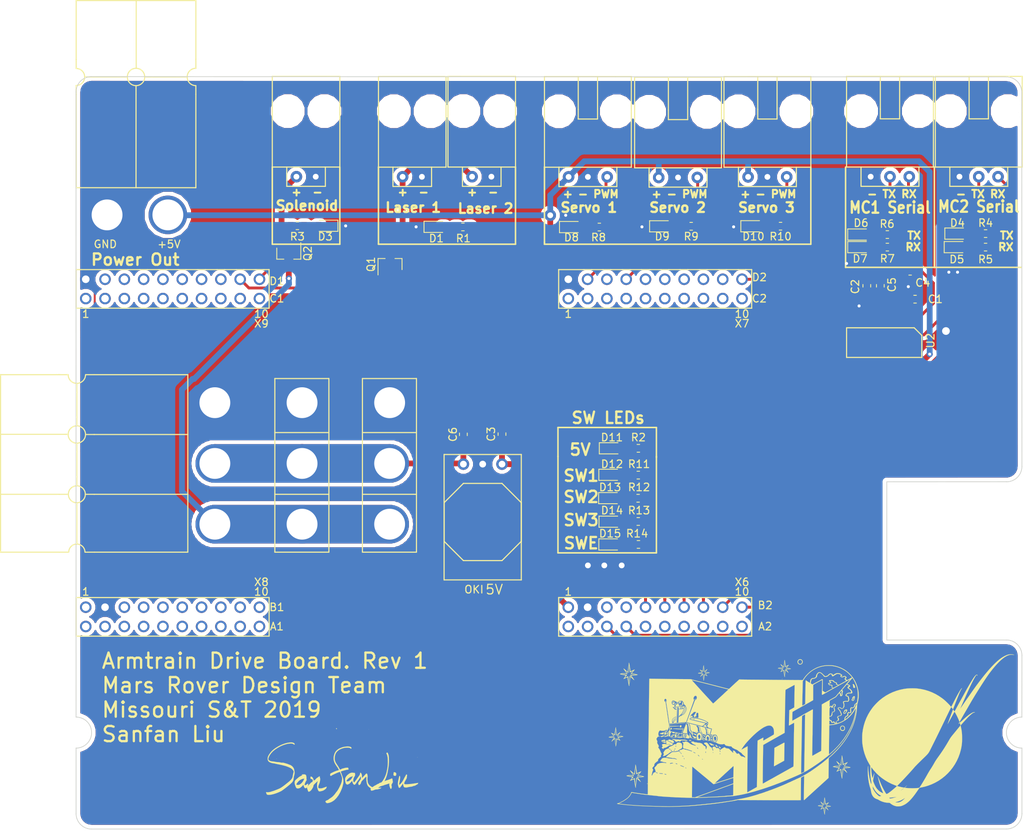
<source format=kicad_pcb>
(kicad_pcb (version 20171130) (host pcbnew "(5.0.0)")
  (layers (0 F.Cu signal) (31 B.Cu signal) (34 B.Paste user) (35 F.Paste user) (36 B.SilkS user) (37 F.SilkS user) (38 B.Mask user) (39 F.Mask user) (44 Edge.Cuts user))
  (net 0 "")
  (net 1 GND)
  (net 2 "Net-(C1-Pad1)")
  (net 3 "Net-(C2-Pad1)")
  (net 4 "Net-(C4-Pad2)")
  (net 5 "Net-(C4-Pad1)")
  (net 6 "Net-(C5-Pad1)")
  (net 7 "Net-(C5-Pad2)")
  (net 8 +5V)
  (net 9 TX_1_SL)
  (net 10 RX_1_SL)
  (net 11 RX_2_SL)
  (net 12 TX_2_SL)
  (net 13 Servo1_PWM)
  (net 14 Servo2_PWM)
  (net 15 Servo3_PWM)
  (net 16 "Net-(U1-Pad+3V3)")
  (net 17 "Net-(U1-PadPQ1)")
  (net 18 "Net-(U1-PadPQ2)")
  (net 19 RX_2_IC)
  (net 20 "Net-(U1-PadPQ3)")
  (net 21 "Net-(U1-PadPP3)")
  (net 22 "Net-(U1-PadRese)")
  (net 23 "Net-(U1-PadPN5)")
  (net 24 TX_2_IC)
  (net 25 "Net-(U1-PadPB4)")
  (net 26 "Net-(U1-PadPB5)")
  (net 27 RX_1_IC)
  (net 28 TX_1_IC)
  (net 29 "Net-(U1-PadPN4)")
  (net 30 "Net-(U1-PadPG1)")
  (net 31 "Net-(U1-PadPK4)")
  (net 32 "Net-(U1-PadPK5)")
  (net 33 "Net-(U1-PadPP5)")
  (net 34 "Net-(U1-PadPD2)")
  (net 35 "Net-(U1-PadPD4)")
  (net 36 "Net-(U1-PadPD5)")
  (net 37 "Net-(D1-Pad2)")
  (net 38 "Net-(D3-Pad2)")
  (net 39 "Net-(D4-Pad2)")
  (net 40 "Net-(D5-Pad2)")
  (net 41 "Net-(D6-Pad2)")
  (net 42 "Net-(D7-Pad2)")
  (net 43 "Net-(D8-Pad2)")
  (net 44 "Net-(D9-Pad2)")
  (net 45 "Net-(D10-Pad2)")
  (net 46 "Net-(Conn4-Pad1)")
  (net 47 "Net-(Conn6-Pad1)")
  (net 48 "Net-(D11-Pad2)")
  (net 49 "Net-(D12-Pad2)")
  (net 50 "Net-(D13-Pad2)")
  (net 51 "Net-(D14-Pad2)")
  (net 52 "Net-(D15-Pad2)")
  (net 53 Laser_Control)
  (net 54 SW_IND_1)
  (net 55 SW_IND_2)
  (net 56 SW_IND_3)
  (net 57 SW_IND_ERR)
  (net 58 "Net-(U1-PadPQ0)")
  (net 59 "Net-(U1-PadPP4)")
  (net 60 "Net-(U1-PadPM0)")
  (net 61 "Net-(U1-PadPM1)")
  (net 62 "Net-(U1-PadPM2)")
  (net 63 "Net-(U1-PadPM3)")
  (net 64 "Net-(U1-PadPH2)")
  (net 65 "Net-(U1-PadPH3)")
  (net 66 "Net-(U1-PadPD1)")
  (net 67 "Net-(U1-PadPD0)")
  (net 68 "Net-(U1-PadPN2)")
  (net 69 +12V)
  (net 70 /V+Log)
  (net 71 Solenoid_Control)
  (net 72 "Net-(U1-PadPH0)")
  (net 73 "Net-(U1-PadPH1)")
  (net 74 "Net-(U1-PadPK6)")
  (net 75 "Net-(U1-PadPK7)")
  (net 76 "Net-(U1-PadPE0)")
  (net 77 "Net-(U1-PadPE1)")
  (net 78 "Net-(U1-PadPE2)")
  (net 79 "Net-(U1-PadPE3)")
  (net 80 "Net-(U1-PadPD7)")
  (net 81 "Net-(U1-PadPA6)")
  (net 82 "Net-(U1-PadPM4)")
  (net 83 "Net-(U1-PadPM5)")
  (net 84 "Net-(U1-PadPE4)")
  (net 85 "Net-(U1-PadPC4)")
  (net 86 "Net-(U1-PadPC5)")
  (net 87 "Net-(U1-PadPC6)")
  (net 88 "Net-(U1-PadPE5)")
  (net 89 "Net-(U1-PadPD3)")
  (net 90 "Net-(U1-PadPC7)")
  (net 91 "Net-(U1-PadPB2)")
  (net 92 "Net-(U1-PadPB3)")
  (net 93 "Net-(U1-PadPF1)")
  (net 94 "Net-(U1-PadPF2)")
  (net 95 "Net-(U1-PadPF3)")
  (net 96 "Net-(U1-PadPG0)")
  (net 97 "Net-(U1-PadPL4)")
  (net 98 "Net-(U1-PadPL5)")
  (net 99 "Net-(U1-PadPL0)")
  (net 100 "Net-(U1-PadPL1)")
  (net 101 "Net-(U1-PadPL2)")
  (net 102 "Net-(U1-PadPL3)")
  (module LED_SMD:LED_0603_1608Metric_Pad1.05x0.95mm_HandSolder (layer F.Cu) (at 236.714 70.739)
    (fp_text reference D4 (at 0 -1.397) (layer F.SilkS))
    (fp_text value YellowLED)
    (pad 2 smd roundrect (at 0.875 0) (size 1.05 0.95) (layers F.Cu F.Paste F.Mask) (net 39 "Net-(D4-Pad2)"))
    (pad 1 smd roundrect (at -0.875 0) (size 1.05 0.95) (layers F.Cu F.Paste F.Mask) (net 1 GND))
  )
  (module MRDT_Connectors:MOLEX_SL_03_Horizontal (layer F.Cu) (at 211.709 63.2714)
    (fp_text reference Conn9 hide)
    (fp_text value "Servo 3")
    (pad 1 thru_hole circle (at -2.54 0) (size 1.524 1.524) (drill 0.762) (layers *.Cu *.Mask) (net 8 +5V))
    (pad 2 thru_hole circle (at 0 0) (size 1.524 1.524) (drill 0.762) (layers *.Cu *.Mask) (net 1 GND))
    (pad 3 thru_hole circle (at 2.54 0) (size 1.524 1.524) (drill 0.762) (layers *.Cu *.Mask) (net 15 Servo3_PWM))
    (pad "" np_thru_hole circle (at -3.81 -8.636) (size 3.45 3.45) (drill 3.45) (layers *.Cu *.Mask))
    (pad "" np_thru_hole circle (at 3.81 -8.636) (size 3.45 3.45) (drill 3.45) (layers *.Cu *.Mask))
  )
  (module MRDT_ICs:SOIC_16_3.9x9.9mm_Pitch1.27mm (layer F.Cu) (at 227.076 85.09 270)
    (fp_text reference U2 (at -0.254 -6.096 270) (layer F.SilkS))
    (fp_text value MAX_3232)
    (pad 1 smd rect (at -2.7 -4.445 270) (size 1.5 0.6) (layers F.Cu F.Paste F.Mask) (net 5 "Net-(C4-Pad1)"))
    (pad 2 smd rect (at -2.7 -3.175 270) (size 1.5 0.6) (layers F.Cu F.Paste F.Mask) (net 2 "Net-(C1-Pad1)"))
    (pad 3 smd rect (at -2.7 -1.905 270) (size 1.5 0.6) (layers F.Cu F.Paste F.Mask) (net 4 "Net-(C4-Pad2)"))
    (pad 4 smd rect (at -2.7 -0.635 270) (size 1.5 0.6) (layers F.Cu F.Paste F.Mask) (net 6 "Net-(C5-Pad1)"))
    (pad 5 smd rect (at -2.7 0.635 270) (size 1.5 0.6) (layers F.Cu F.Paste F.Mask) (net 7 "Net-(C5-Pad2)"))
    (pad 6 smd rect (at -2.7 1.905 270) (size 1.5 0.6) (layers F.Cu F.Paste F.Mask) (net 3 "Net-(C2-Pad1)"))
    (pad 7 smd rect (at -2.7 3.175 270) (size 1.5 0.6) (layers F.Cu F.Paste F.Mask) (net 9 TX_1_SL))
    (pad 8 smd rect (at -2.7 4.445 270) (size 1.5 0.6) (layers F.Cu F.Paste F.Mask) (net 10 RX_1_SL))
    (pad 9 smd rect (at 2.7 4.445 270) (size 1.5 0.6) (layers F.Cu F.Paste F.Mask) (net 27 RX_1_IC))
    (pad 10 smd rect (at 2.7 3.175 270) (size 1.5 0.6) (layers F.Cu F.Paste F.Mask) (net 28 TX_1_IC))
    (pad 11 smd rect (at 2.7 1.905 270) (size 1.5 0.6) (layers F.Cu F.Paste F.Mask) (net 24 TX_2_IC))
    (pad 12 smd rect (at 2.7 0.635 270) (size 1.5 0.6) (layers F.Cu F.Paste F.Mask) (net 19 RX_2_IC))
    (pad 13 smd rect (at 2.7 -0.635 270) (size 1.5 0.6) (layers F.Cu F.Paste F.Mask) (net 11 RX_2_SL))
    (pad 14 smd rect (at 2.7 -1.905 270) (size 1.5 0.6) (layers F.Cu F.Paste F.Mask) (net 12 TX_2_SL))
    (pad 15 smd rect (at 2.7 -3.175 270) (size 1.5 0.6) (layers F.Cu F.Paste F.Mask) (net 1 GND))
    (pad 16 smd rect (at 2.7 -4.445 270) (size 1.5 0.6) (layers F.Cu F.Paste F.Mask) (net 8 +5V))
  )
  (module Capacitor_SMD:C_0603_1608Metric_Pad1.05x0.95mm_HandSolder (layer F.Cu) (at 231.14 79.375)
    (fp_text reference C1 (at 2.667 0) (layer F.SilkS))
    (fp_text value .1uF)
    (pad 1 smd roundrect (at -0.875 0) (size 1.05 0.95) (layers F.Cu F.Paste F.Mask) (net 2 "Net-(C1-Pad1)"))
    (pad 2 smd roundrect (at 0.875 0) (size 1.05 0.95) (layers F.Cu F.Paste F.Mask) (net 1 GND))
  )
  (module Capacitor_SMD:C_0603_1608Metric_Pad1.05x0.95mm_HandSolder (layer F.Cu) (at 224.79 77.611 90)
    (fp_text reference C2 (at -0.113 -1.524 90) (layer F.SilkS))
    (fp_text value .1uF)
    (pad 2 smd roundrect (at 0.875 0 90) (size 1.05 0.95) (layers F.Cu F.Paste F.Mask) (net 1 GND))
    (pad 1 smd roundrect (at -0.875 0 90) (size 1.05 0.95) (layers F.Cu F.Paste F.Mask) (net 3 "Net-(C2-Pad1)"))
  )
  (module Capacitor_SMD:C_0603_1608Metric_Pad1.05x0.95mm_HandSolder (layer F.Cu) (at 176.784 97.141 90)
    (fp_text reference C3 (at 0 -1.43 90) (layer F.SilkS))
    (fp_text value 10uF)
    (pad 1 smd roundrect (at -0.875 0 90) (size 1.05 0.95) (layers F.Cu F.Paste F.Mask) (net 8 +5V))
    (pad 2 smd roundrect (at 0.875 0 90) (size 1.05 0.95) (layers F.Cu F.Paste F.Mask) (net 1 GND))
  )
  (module Capacitor_SMD:C_0603_1608Metric_Pad1.05x0.95mm_HandSolder (layer F.Cu) (at 230.491 75.692 180)
    (fp_text reference C4 (at -1.665 -1.524 180) (layer F.SilkS))
    (fp_text value .1uF)
    (pad 2 smd roundrect (at 0.875 0 180) (size 1.05 0.95) (layers F.Cu F.Paste F.Mask) (net 4 "Net-(C4-Pad2)"))
    (pad 1 smd roundrect (at -0.875 0 180) (size 1.05 0.95) (layers F.Cu F.Paste F.Mask) (net 5 "Net-(C4-Pad1)"))
  )
  (module Capacitor_SMD:C_0603_1608Metric_Pad1.05x0.95mm_HandSolder (layer F.Cu) (at 226.568 77.611 270)
    (fp_text reference C5 (at -0.141 -1.524 270) (layer F.SilkS))
    (fp_text value .1uF)
    (pad 2 smd roundrect (at 0.875 0 270) (size 1.05 0.95) (layers F.Cu F.Paste F.Mask) (net 7 "Net-(C5-Pad2)"))
    (pad 1 smd roundrect (at -0.875 0 270) (size 1.05 0.95) (layers F.Cu F.Paste F.Mask) (net 6 "Net-(C5-Pad1)"))
  )
  (module Capacitor_SMD:C_0603_1608Metric_Pad1.05x0.95mm_HandSolder (layer F.Cu) (at 171.704 97.169 270)
    (fp_text reference C6 (at 0.0114 1.3716 270) (layer F.SilkS))
    (fp_text value 10uF)
    (pad 1 smd roundrect (at -0.875 0 270) (size 1.05 0.95) (layers F.Cu F.Paste F.Mask) (net 1 GND))
    (pad 2 smd roundrect (at 0.875 0 270) (size 1.05 0.95) (layers F.Cu F.Paste F.Mask) (net 70 /V+Log))
  )
  (module MRDT_Connectors:Anderson_2_Horisontal_Side_by_Side (layer F.Cu) (at 120.7526 64.6938 270)
    (fp_text reference Conn1 hide)
    (fp_text value AndersonPP)
    (pad 1 thru_hole circle (at 3.5814 -4.063 270) (size 5.08 5.08) (drill 4.06) (layers *.Cu *.Mask F.Paste) (net 1 GND))
    (pad 2 thru_hole circle (at 3.5814 -12.064 270) (size 5.08 5.08) (drill 4.06) (layers *.Cu *.Mask F.Paste) (net 8 +5V))
  )
  (module MRDT_Connectors:MOLEX_SL_03_Horizontal (layer F.Cu) (at 227.838 63.246)
    (fp_text reference Conn2 hide)
    (fp_text value "MoCo 1")
    (pad 1 thru_hole circle (at -2.54 0) (size 1.524 1.524) (drill 0.762) (layers *.Cu *.Mask) (net 1 GND))
    (pad 2 thru_hole circle (at 0 0) (size 1.524 1.524) (drill 0.762) (layers *.Cu *.Mask) (net 9 TX_1_SL))
    (pad 3 thru_hole circle (at 2.54 0) (size 1.524 1.524) (drill 0.762) (layers *.Cu *.Mask) (net 10 RX_1_SL))
    (pad "" np_thru_hole circle (at -3.81 -8.636) (size 3.45 3.45) (drill 3.45) (layers *.Cu *.Mask))
    (pad "" np_thru_hole circle (at 3.81 -8.636) (size 3.45 3.45) (drill 3.45) (layers *.Cu *.Mask))
  )
  (module MRDT_Connectors:MOLEX_SL_03_Horizontal (layer F.Cu) (at 239.522 63.246)
    (fp_text reference Conn3 hide)
    (fp_text value "MoCo 2")
    (pad "" np_thru_hole circle (at 3.81 -8.636) (size 3.45 3.45) (drill 3.45) (layers *.Cu *.Mask))
    (pad "" np_thru_hole circle (at -3.81 -8.636) (size 3.45 3.45) (drill 3.45) (layers *.Cu *.Mask))
    (pad 3 thru_hole circle (at 2.54 0) (size 1.524 1.524) (drill 0.762) (layers *.Cu *.Mask) (net 11 RX_2_SL))
    (pad 2 thru_hole circle (at 0 0) (size 1.524 1.524) (drill 0.762) (layers *.Cu *.Mask) (net 12 TX_2_SL))
    (pad 1 thru_hole circle (at -2.54 0) (size 1.524 1.524) (drill 0.762) (layers *.Cu *.Mask) (net 1 GND))
  )
  (module MRDT_Connectors:MOLEX_SL_02_Horizontal (layer F.Cu) (at 164.975 63.26)
    (fp_text reference Conn4 hide)
    (fp_text value "Laser 1")
    (pad "" np_thru_hole circle (at -2.415 -8.64) (size 3.45 3.45) (drill 3.45) (layers *.Cu *.Mask))
    (pad 1 thru_hole circle (at -1.27 0) (size 1.524 1.524) (drill 0.762) (layers *.Cu *.Mask) (net 46 "Net-(Conn4-Pad1)"))
    (pad 2 thru_hole circle (at 1.27 0) (size 1.524 1.524) (drill 0.762) (layers *.Cu *.Mask) (net 1 GND))
    (pad "" np_thru_hole circle (at 2.413 -8.636) (size 3.45 3.45) (drill 3.45) (layers *.Cu *.Mask))
  )
  (module MRDT_Connectors:MOLEX_SL_02_Horizontal (layer F.Cu) (at 174.119 63.246)
    (fp_text reference Conn5 hide)
    (fp_text value "Laser 2")
    (pad "" np_thru_hole circle (at 2.413 -8.636) (size 3.45 3.45) (drill 3.45) (layers *.Cu *.Mask))
    (pad 2 thru_hole circle (at 1.27 0) (size 1.524 1.524) (drill 0.762) (layers *.Cu *.Mask) (net 1 GND))
    (pad 1 thru_hole circle (at -1.27 0) (size 1.524 1.524) (drill 0.762) (layers *.Cu *.Mask) (net 46 "Net-(Conn4-Pad1)"))
    (pad "" np_thru_hole circle (at -2.415 -8.64) (size 3.45 3.45) (drill 3.45) (layers *.Cu *.Mask))
  )
  (module MRDT_Connectors:MOLEX_SL_02_Horizontal (layer F.Cu) (at 151.003 63.246)
    (fp_text reference Conn6 hide)
    (fp_text value Solenoid)
    (pad "" np_thru_hole circle (at -2.415 -8.64) (size 3.45 3.45) (drill 3.45) (layers *.Cu *.Mask))
    (pad 1 thru_hole circle (at -1.27 0) (size 1.524 1.524) (drill 0.762) (layers *.Cu *.Mask) (net 47 "Net-(Conn6-Pad1)"))
    (pad 2 thru_hole circle (at 1.27 0) (size 1.524 1.524) (drill 0.762) (layers *.Cu *.Mask) (net 1 GND))
    (pad "" np_thru_hole circle (at 2.413 -8.636) (size 3.45 3.45) (drill 3.45) (layers *.Cu *.Mask))
  )
  (module MRDT_Connectors:MOLEX_SL_03_Horizontal (layer F.Cu) (at 188.087 63.2714)
    (fp_text reference Conn7 hide)
    (fp_text value "Servo 1")
    (pad "" np_thru_hole circle (at 3.81 -8.636) (size 3.45 3.45) (drill 3.45) (layers *.Cu *.Mask))
    (pad "" np_thru_hole circle (at -3.81 -8.636) (size 3.45 3.45) (drill 3.45) (layers *.Cu *.Mask))
    (pad 3 thru_hole circle (at 2.54 0) (size 1.524 1.524) (drill 0.762) (layers *.Cu *.Mask) (net 13 Servo1_PWM))
    (pad 2 thru_hole circle (at 0 0) (size 1.524 1.524) (drill 0.762) (layers *.Cu *.Mask) (net 1 GND))
    (pad 1 thru_hole circle (at -2.54 0) (size 1.524 1.524) (drill 0.762) (layers *.Cu *.Mask) (net 8 +5V))
  )
  (module MRDT_Connectors:MOLEX_SL_03_Horizontal (layer F.Cu) (at 199.9488 63.3476)
    (fp_text reference Conn8 hide)
    (fp_text value "Servo 2")
    (pad 1 thru_hole circle (at -2.54 0) (size 1.524 1.524) (drill 0.762) (layers *.Cu *.Mask) (net 8 +5V))
    (pad 2 thru_hole circle (at 0 0) (size 1.524 1.524) (drill 0.762) (layers *.Cu *.Mask) (net 1 GND))
    (pad 3 thru_hole circle (at 2.54 0) (size 1.524 1.524) (drill 0.762) (layers *.Cu *.Mask) (net 14 Servo2_PWM))
    (pad "" np_thru_hole circle (at -3.81 -8.636) (size 3.45 3.45) (drill 3.45) (layers *.Cu *.Mask))
    (pad "" np_thru_hole circle (at 3.81 -8.636) (size 3.45 3.45) (drill 3.45) (layers *.Cu *.Mask))
  )
  (module MRDT_Connectors:Anderson_3_Horisontal_Side_by_Side (layer F.Cu) (at 135.4186 112.684)
    (fp_text reference Conn10 hide)
    (fp_text value AndersonPP)
    (pad 3 thru_hole circle (at 3.5814 -3.684) (size 5.08 5.08) (drill 4.06) (layers *.Cu *.Mask F.Paste) (net 69 +12V))
    (pad 2 thru_hole circle (at 3.5814 -11.683) (size 5.08 5.08) (drill 4.06) (layers *.Cu *.Mask F.Paste) (net 70 /V+Log))
    (pad 1 thru_hole circle (at 3.5814 -19.684) (size 5.08 5.08) (drill 4.06) (layers *.Cu *.Mask F.Paste) (net 1 GND))
  )
  (module "Project Library:Anderson_3_Horisontal_Side_by_Side" (layer F.Cu) (at 146.8936 112.684)
    (fp_text reference Conn11 hide)
    (fp_text value AndersonPP)
    (pad 3 thru_hole circle (at 3.5814 -3.684) (size 5.08 5.08) (drill 4.06) (layers *.Cu *.Mask F.Paste) (net 69 +12V))
    (pad 2 thru_hole circle (at 3.5814 -11.683) (size 5.08 5.08) (drill 4.06) (layers *.Cu *.Mask F.Paste) (net 70 /V+Log))
    (pad 1 thru_hole circle (at 3.5814 -19.684) (size 5.08 5.08) (drill 4.06) (layers *.Cu *.Mask F.Paste) (net 1 GND))
  )
  (module "Project Library:Anderson_3_Horisontal_Side_by_Side" (layer F.Cu) (at 158.4186 112.684)
    (fp_text reference Conn12 hide)
    (fp_text value AndersonPP)
    (pad 1 thru_hole circle (at 3.5814 -19.684) (size 5.08 5.08) (drill 4.06) (layers *.Cu *.Mask F.Paste) (net 1 GND))
    (pad 2 thru_hole circle (at 3.5814 -11.683) (size 5.08 5.08) (drill 4.06) (layers *.Cu *.Mask F.Paste) (net 70 /V+Log))
    (pad 3 thru_hole circle (at 3.5814 -3.684) (size 5.08 5.08) (drill 4.06) (layers *.Cu *.Mask F.Paste) (net 69 +12V))
  )
  (module LED_SMD:LED_0603_1608Metric_Pad1.05x0.95mm_HandSolder (layer F.Cu) (at 168.183 69.85)
    (fp_text reference D1 (at -0.035 1.524) (layer F.SilkS))
    (fp_text value OrangeLED)
    (pad 2 smd roundrect (at 0.875 0) (size 1.05 0.95) (layers F.Cu F.Paste F.Mask) (net 37 "Net-(D1-Pad2)"))
    (pad 1 smd roundrect (at -0.875 0) (size 1.05 0.95) (layers F.Cu F.Paste F.Mask) (net 1 GND))
  )
  (module LED_SMD:LED_0603_1608Metric_Pad1.05x0.95mm_HandSolder (layer F.Cu) (at 153.529 69.702 180)
    (fp_text reference D3 (at 0 -1.43 180) (layer F.SilkS))
    (fp_text value OrangeLED)
    (pad 1 smd roundrect (at -0.875 0 180) (size 1.05 0.95) (layers F.Cu F.Paste F.Mask) (net 1 GND))
    (pad 2 smd roundrect (at 0.875 0 180) (size 1.05 0.95) (layers F.Cu F.Paste F.Mask) (net 38 "Net-(D3-Pad2)"))
  )
  (module LED_SMD:LED_0603_1608Metric_Pad1.05x0.95mm_HandSolder (layer F.Cu) (at 236.636 72.517)
    (fp_text reference D5 (at 0 1.618) (layer F.SilkS))
    (fp_text value YellowLED)
    (pad 1 smd roundrect (at -0.875 0) (size 1.05 0.95) (layers F.Cu F.Paste F.Mask) (net 1 GND))
    (pad 2 smd roundrect (at 0.875 0) (size 1.05 0.95) (layers F.Cu F.Paste F.Mask) (net 40 "Net-(D5-Pad2)"))
  )
  (module LED_SMD:LED_0603_1608Metric_Pad1.05x0.95mm_HandSolder (layer F.Cu) (at 223.936 70.866)
    (fp_text reference D6 (at 0.092 -1.524) (layer F.SilkS))
    (fp_text value YellowLED)
    (pad 2 smd roundrect (at 0.875 0) (size 1.05 0.95) (layers F.Cu F.Paste F.Mask) (net 41 "Net-(D6-Pad2)"))
    (pad 1 smd roundrect (at -0.875 0) (size 1.05 0.95) (layers F.Cu F.Paste F.Mask) (net 1 GND))
  )
  (module LED_SMD:LED_0603_1608Metric_Pad1.05x0.95mm_HandSolder (layer F.Cu) (at 223.936 72.517)
    (fp_text reference D7 (at -0.035 1.524) (layer F.SilkS))
    (fp_text value YellowLED)
    (pad 1 smd roundrect (at -0.875 0) (size 1.05 0.95) (layers F.Cu F.Paste F.Mask) (net 1 GND))
    (pad 2 smd roundrect (at 0.875 0) (size 1.05 0.95) (layers F.Cu F.Paste F.Mask) (net 42 "Net-(D7-Pad2)"))
  )
  (module LED_SMD:LED_0603_1608Metric_Pad1.05x0.95mm_HandSolder (layer F.Cu) (at 186.0094 69.8778)
    (fp_text reference D8 (at -0.0814 1.3692) (layer F.SilkS))
    (fp_text value YellowLED)
    (pad 2 smd roundrect (at 0.875 0) (size 1.05 0.95) (layers F.Cu F.Paste F.Mask) (net 43 "Net-(D8-Pad2)"))
    (pad 1 smd roundrect (at -0.875 0) (size 1.05 0.95) (layers F.Cu F.Paste F.Mask) (net 1 GND))
  )
  (module LED_SMD:LED_0603_1608Metric_Pad1.05x0.95mm_HandSolder (layer F.Cu) (at 197.8694 69.7768)
    (fp_text reference D9 (at -0.0034 1.3432) (layer F.SilkS))
    (fp_text value YellowLED)
    (pad 1 smd roundrect (at -0.875 0) (size 1.05 0.95) (layers F.Cu F.Paste F.Mask) (net 1 GND))
    (pad 2 smd roundrect (at 0.875 0) (size 1.05 0.95) (layers F.Cu F.Paste F.Mask) (net 44 "Net-(D9-Pad2)"))
  )
  (module LED_SMD:LED_0603_1608Metric_Pad1.05x0.95mm_HandSolder (layer F.Cu) (at 209.87 69.768)
    (fp_text reference D10 (at 0 1.352) (layer F.SilkS))
    (fp_text value YellowLED)
    (pad 2 smd roundrect (at 0.875 0) (size 1.05 0.95) (layers F.Cu F.Paste F.Mask) (net 45 "Net-(D10-Pad2)"))
    (pad 1 smd roundrect (at -0.875 0) (size 1.05 0.95) (layers F.Cu F.Paste F.Mask) (net 1 GND))
  )
  (module Package_TO_SOT_SMD:SOT-23 (layer F.Cu) (at 162.052 74.782 90)
    (fp_text reference Q1 (at 0 -2.5 90) (layer F.SilkS))
    (fp_text value Q_NMOS_GSD)
    (pad 3 smd rect (at 1 0 90) (size 0.9 0.8) (layers F.Cu F.Paste F.Mask) (net 69 +12V))
    (pad 2 smd rect (at -1 0.95 90) (size 0.9 0.8) (layers F.Cu F.Paste F.Mask) (net 46 "Net-(Conn4-Pad1)"))
    (pad 1 smd rect (at -1 -0.95 90) (size 0.9 0.8) (layers F.Cu F.Paste F.Mask) (net 53 Laser_Control))
  )
  (module Package_TO_SOT_SMD:SOT-23 (layer F.Cu) (at 148.7272 73.3436 270)
    (fp_text reference Q2 (at 0 -2.5 270) (layer F.SilkS))
    (fp_text value Q_NMOS_GSD)
    (pad 1 smd rect (at -1 -0.95 270) (size 0.9 0.8) (layers F.Cu F.Paste F.Mask) (net 71 Solenoid_Control))
    (pad 2 smd rect (at -1 0.95 270) (size 0.9 0.8) (layers F.Cu F.Paste F.Mask) (net 47 "Net-(Conn6-Pad1)"))
    (pad 3 smd rect (at 1 0 270) (size 0.9 0.8) (layers F.Cu F.Paste F.Mask) (net 69 +12V))
  )
  (module Resistor_SMD:R_0603_1608Metric_Pad1.05x0.95mm_HandSolder (layer F.Cu) (at 171.642 69.858)
    (fp_text reference R1 (at 0.062 1.516) (layer F.SilkS))
    (fp_text value 1.5k)
    (pad 1 smd roundrect (at -0.875 0) (size 1.05 0.95) (layers F.Cu F.Paste F.Mask) (net 37 "Net-(D1-Pad2)"))
    (pad 2 smd roundrect (at 0.875 0) (size 1.05 0.95) (layers F.Cu F.Paste F.Mask) (net 53 Laser_Control))
  )
  (module Resistor_SMD:R_0603_1608Metric_Pad1.05x0.95mm_HandSolder (layer F.Cu) (at 149.86 69.702 180)
    (fp_text reference R3 (at 0 -1.43 180) (layer F.SilkS))
    (fp_text value 1.5k)
    (pad 2 smd roundrect (at 0.875 0 180) (size 1.05 0.95) (layers F.Cu F.Paste F.Mask) (net 71 Solenoid_Control))
    (pad 1 smd roundrect (at -0.875 0 180) (size 1.05 0.95) (layers F.Cu F.Paste F.Mask) (net 38 "Net-(D3-Pad2)"))
  )
  (module Resistor_SMD:R_0603_1608Metric_Pad1.05x0.95mm_HandSolder (layer F.Cu) (at 240.418 70.739)
    (fp_text reference R4 (at 0 -1.397) (layer F.SilkS))
    (fp_text value 500)
    (pad 1 smd roundrect (at -0.875 0) (size 1.05 0.95) (layers F.Cu F.Paste F.Mask) (net 39 "Net-(D4-Pad2)"))
    (pad 2 smd roundrect (at 0.875 0) (size 1.05 0.95) (layers F.Cu F.Paste F.Mask) (net 12 TX_2_SL))
  )
  (module Resistor_SMD:R_0603_1608Metric_Pad1.05x0.95mm_HandSolder (layer F.Cu) (at 240.418 72.517)
    (fp_text reference R5 (at 0 1.618) (layer F.SilkS))
    (fp_text value 500)
    (pad 2 smd roundrect (at 0.875 0) (size 1.05 0.95) (layers F.Cu F.Paste F.Mask) (net 11 RX_2_SL))
    (pad 1 smd roundrect (at -0.875 0) (size 1.05 0.95) (layers F.Cu F.Paste F.Mask) (net 40 "Net-(D5-Pad2)"))
  )
  (module Resistor_SMD:R_0603_1608Metric_Pad1.05x0.95mm_HandSolder (layer F.Cu) (at 227.492 70.866)
    (fp_text reference R6 (at -0.035 -1.397) (layer F.SilkS))
    (fp_text value 500)
    (pad 1 smd roundrect (at -0.875 0) (size 1.05 0.95) (layers F.Cu F.Paste F.Mask) (net 41 "Net-(D6-Pad2)"))
    (pad 2 smd roundrect (at 0.875 0) (size 1.05 0.95) (layers F.Cu F.Paste F.Mask) (net 9 TX_1_SL))
  )
  (module Resistor_SMD:R_0603_1608Metric_Pad1.05x0.95mm_HandSolder (layer F.Cu) (at 227.492 72.517)
    (fp_text reference R7 (at 0 1.524) (layer F.SilkS))
    (fp_text value 500)
    (pad 2 smd roundrect (at 0.875 0) (size 1.05 0.95) (layers F.Cu F.Paste F.Mask) (net 10 RX_1_SL))
    (pad 1 smd roundrect (at -0.875 0) (size 1.05 0.95) (layers F.Cu F.Paste F.Mask) (net 42 "Net-(D7-Pad2)"))
  )
  (module Resistor_SMD:R_0603_1608Metric_Pad1.05x0.95mm_HandSolder (layer F.Cu) (at 189.5934 69.8778)
    (fp_text reference R8 (at -0.1094 1.364) (layer F.SilkS))
    (fp_text value 500)
    (pad 1 smd roundrect (at -0.875 0) (size 1.05 0.95) (layers F.Cu F.Paste F.Mask) (net 43 "Net-(D8-Pad2)"))
    (pad 2 smd roundrect (at 0.875 0) (size 1.05 0.95) (layers F.Cu F.Paste F.Mask) (net 13 Servo1_PWM))
  )
  (module Resistor_SMD:R_0603_1608Metric_Pad1.05x0.95mm_HandSolder (layer F.Cu) (at 201.6794 69.7768)
    (fp_text reference R9 (at -0.0034 1.3432) (layer F.SilkS))
    (fp_text value 500)
    (pad 2 smd roundrect (at 0.875 0) (size 1.05 0.95) (layers F.Cu F.Paste F.Mask) (net 14 Servo2_PWM))
    (pad 1 smd roundrect (at -0.875 0) (size 1.05 0.95) (layers F.Cu F.Paste F.Mask) (net 44 "Net-(D9-Pad2)"))
  )
  (module Resistor_SMD:R_0603_1608Metric_Pad1.05x0.95mm_HandSolder (layer F.Cu) (at 213.437 69.764)
    (fp_text reference R10 (at 0 1.356) (layer F.SilkS))
    (fp_text value 500)
    (pad 1 smd roundrect (at -0.875 0) (size 1.05 0.95) (layers F.Cu F.Paste F.Mask) (net 45 "Net-(D10-Pad2)"))
    (pad 2 smd roundrect (at 0.875 0) (size 1.05 0.95) (layers F.Cu F.Paste F.Mask) (net 15 Servo3_PWM))
  )
  (module "Project Library:TM4C129E_Launchpad_FULL_ext" (layer F.Cu) (at 120.74 123.74)
    (fp_text reference U1 hide)
    (fp_text value TM4C129E_Launchpad hide)
    (fp_text user 1 (at 1.27 -42.418 180) (layer F.SilkS))
    (fp_text user 10 (at 24.384 -42.418 180) (layer F.SilkS))
    (fp_text user 1 (at 1.27 -5.842 180) (layer F.SilkS))
    (fp_text user 10 (at 24.384 -5.842 180) (layer F.SilkS))
    (fp_text user 1 (at 64.77 -42.418 180) (layer F.SilkS))
    (fp_text user 10 (at 87.63 -42.418 180) (layer F.SilkS))
    (fp_text user 10 (at 87.63 -5.842 180) (layer F.SilkS))
    (fp_text user 1 (at 64.77 -5.842 180) (layer F.SilkS))
    (fp_text user X9 (at 24.384 -41.148 180) (layer F.SilkS))
    (fp_text user X8 (at 24.384 -7.112 180) (layer F.SilkS))
    (fp_text user X7 (at 87.63 -41.148 180) (layer F.SilkS))
    (fp_text user X6 (at 87.63 -7.112) (layer F.SilkS))
    (fp_text user C1 (at 26.416 -44.45 180) (layer F.SilkS))
    (fp_text user D1 (at 26.416 -46.736 180) (layer F.SilkS))
    (fp_text user C2 (at 89.916 -44.45 180) (layer F.SilkS))
    (fp_text user D2 (at 89.916 -47.244) (layer F.SilkS))
    (fp_text user B1 (at 26.416 -3.81 180) (layer F.SilkS))
    (fp_text user A1 (at 26.416 -1.27 180) (layer F.SilkS))
    (fp_text user B2 (at 90.678 -4.064 180) (layer F.SilkS))
    (fp_text user A2 (at 90.678 -1.27 180) (layer F.SilkS))
    (pad +3V3 thru_hole circle (at 64.77 -1.27 180) (size 1.52 1.52) (drill 1) (layers *.Cu *.Mask F.Paste) (net 16 "Net-(U1-Pad+3V3)"))
    (pad PM6 thru_hole circle (at 87.63 -46.99 180) (size 1.52 1.52) (drill 1) (layers *.Cu *.Mask F.Paste) (net 15 Servo3_PWM))
    (pad PQ1 thru_hole circle (at 85.09 -46.99 180) (size 1.52 1.52) (drill 1) (layers *.Cu *.Mask F.Paste) (net 17 "Net-(U1-PadPQ1)"))
    (pad PQ2 thru_hole circle (at 77.47 -46.99 180) (size 1.52 1.52) (drill 1) (layers *.Cu *.Mask F.Paste) (net 18 "Net-(U1-PadPQ2)"))
    (pad PK0 thru_hole circle (at 74.93 -3.81 180) (size 1.52 1.52) (drill 1) (layers *.Cu *.Mask F.Paste) (net 57 SW_IND_ERR))
    (pad PQ3 thru_hole circle (at 80.01 -46.99 180) (size 1.52 1.52) (drill 1) (layers *.Cu *.Mask F.Paste) (net 20 "Net-(U1-PadPQ3)"))
    (pad PP3 thru_hole circle (at 82.55 -46.99 180) (size 1.52 1.52) (drill 1) (layers *.Cu *.Mask F.Paste) (net 21 "Net-(U1-PadPP3)"))
    (pad PQ0 thru_hole circle (at 80.01 -1.27 180) (size 1.52 1.52) (drill 1) (layers *.Cu *.Mask F.Paste) (net 58 "Net-(U1-PadPQ0)"))
    (pad PA4 thru_hole circle (at 85.09 -3.81 180) (size 1.52 1.52) (drill 1) (layers *.Cu *.Mask F.Paste) (net 27 RX_1_IC))
    (pad Rese thru_hole circle (at 74.93 -46.99 180) (size 1.52 1.52) (drill 1) (layers *.Cu *.Mask F.Paste) (net 22 "Net-(U1-PadRese)"))
    (pad PA7 thru_hole circle (at 72.39 -46.99 180) (size 1.52 1.52) (drill 1) (layers *.Cu *.Mask F.Paste) (net 14 Servo2_PWM))
    (pad PN5 thru_hole circle (at 85.09 -1.27 180) (size 1.52 1.52) (drill 1) (layers *.Cu *.Mask F.Paste) (net 23 "Net-(U1-PadPN5)"))
    (pad PK2 thru_hole circle (at 80.01 -3.81 180) (size 1.52 1.52) (drill 1) (layers *.Cu *.Mask F.Paste) (net 55 SW_IND_2))
    (pad PK1 thru_hole circle (at 77.47 -3.81 180) (size 1.52 1.52) (drill 1) (layers *.Cu *.Mask F.Paste) (net 56 SW_IND_3))
    (pad +5V thru_hole circle (at 64.77 -3.81 180) (size 1.52 1.52) (drill 1) (layers *.Cu *.Mask F.Paste) (net 8 +5V))
    (pad GND thru_hole circle (at 67.31 -3.81 180) (size 1.52 1.52) (drill 1) (layers *.Cu *.Mask F.Paste) (net 1 GND))
    (pad PB4 thru_hole circle (at 69.85 -3.81 180) (size 1.52 1.52) (drill 1) (layers *.Cu *.Mask F.Paste) (net 25 "Net-(U1-PadPB4)"))
    (pad PB5 thru_hole circle (at 72.39 -3.81 180) (size 1.52 1.52) (drill 1) (layers *.Cu *.Mask F.Paste) (net 26 "Net-(U1-PadPB5)"))
    (pad PK3 thru_hole circle (at 82.55 -3.81 180) (size 1.52 1.52) (drill 1) (layers *.Cu *.Mask F.Paste) (net 54 SW_IND_1))
    (pad PA5 thru_hole circle (at 87.63 -3.81 180) (size 1.52 1.52) (drill 1) (layers *.Cu *.Mask F.Paste) (net 28 TX_1_IC))
    (pad PD2 thru_hole circle (at 67.31 -1.27 180) (size 1.52 1.52) (drill 1) (layers *.Cu *.Mask F.Paste) (net 34 "Net-(U1-PadPD2)"))
    (pad PP0 thru_hole circle (at 69.85 -1.27 180) (size 1.52 1.52) (drill 1) (layers *.Cu *.Mask F.Paste) (net 19 RX_2_IC))
    (pad PP1 thru_hole circle (at 72.39 -1.27 180) (size 1.52 1.52) (drill 1) (layers *.Cu *.Mask F.Paste) (net 24 TX_2_IC))
    (pad PD4 thru_hole circle (at 74.93 -1.27 180) (size 1.52 1.52) (drill 1) (layers *.Cu *.Mask F.Paste) (net 35 "Net-(U1-PadPD4)"))
    (pad PD5 thru_hole circle (at 77.47 -1.27 180) (size 1.52 1.52) (drill 1) (layers *.Cu *.Mask F.Paste) (net 36 "Net-(U1-PadPD5)"))
    (pad PP4 thru_hole circle (at 82.55 -1.27 180) (size 1.52 1.52) (drill 1) (layers *.Cu *.Mask F.Paste) (net 59 "Net-(U1-PadPP4)"))
    (pad PN4 thru_hole circle (at 87.63 -1.27 180) (size 1.52 1.52) (drill 1) (layers *.Cu *.Mask F.Paste) (net 29 "Net-(U1-PadPN4)"))
    (pad PG1 thru_hole circle (at 64.77 -44.45 180) (size 1.52 1.52) (drill 1) (layers *.Cu *.Mask F.Paste) (net 30 "Net-(U1-PadPG1)"))
    (pad PK4 thru_hole circle (at 67.31 -44.45 180) (size 1.52 1.52) (drill 1) (layers *.Cu *.Mask F.Paste) (net 31 "Net-(U1-PadPK4)"))
    (pad PK5 thru_hole circle (at 69.85 -44.45 180) (size 1.52 1.52) (drill 1) (layers *.Cu *.Mask F.Paste) (net 32 "Net-(U1-PadPK5)"))
    (pad PM0 thru_hole circle (at 72.39 -44.45 180) (size 1.52 1.52) (drill 1) (layers *.Cu *.Mask F.Paste) (net 60 "Net-(U1-PadPM0)"))
    (pad PM1 thru_hole circle (at 74.93 -44.45 180) (size 1.52 1.52) (drill 1) (layers *.Cu *.Mask F.Paste) (net 61 "Net-(U1-PadPM1)"))
    (pad PM2 thru_hole circle (at 77.47 -44.45 180) (size 1.52 1.52) (drill 1) (layers *.Cu *.Mask F.Paste) (net 62 "Net-(U1-PadPM2)"))
    (pad PH0 thru_hole circle (at 80.01 -44.45 180) (size 1.52 1.52) (drill 1) (layers *.Cu *.Mask F.Paste) (net 72 "Net-(U1-PadPH0)"))
    (pad PH1 thru_hole circle (at 82.55 -44.45 180) (size 1.52 1.52) (drill 1) (layers *.Cu *.Mask F.Paste) (net 73 "Net-(U1-PadPH1)"))
    (pad PK6 thru_hole circle (at 85.09 -44.45 180) (size 1.52 1.52) (drill 1) (layers *.Cu *.Mask F.Paste) (net 74 "Net-(U1-PadPK6)"))
    (pad PK7 thru_hole circle (at 87.63 -44.45 180) (size 1.52 1.52) (drill 1) (layers *.Cu *.Mask F.Paste) (net 75 "Net-(U1-PadPK7)"))
    (pad GND thru_hole circle (at 64.77 -46.99 180) (size 1.52 1.52) (drill 1) (layers *.Cu *.Mask F.Paste) (net 1 GND))
    (pad PM7 thru_hole circle (at 67.31 -46.99 180) (size 1.52 1.52) (drill 1) (layers *.Cu *.Mask F.Paste) (net 13 Servo1_PWM))
    (pad PP5 thru_hole circle (at 69.85 -46.99 180) (size 1.52 1.52) (drill 1) (layers *.Cu *.Mask F.Paste) (net 33 "Net-(U1-PadPP5)"))
    (pad +5V thru_hole circle (at 1.27 -3.81 180) (size 1.52 1.52) (drill 1) (layers *.Cu *.Mask F.Paste) (net 8 +5V))
    (pad GND thru_hole circle (at 3.81 -3.81 180) (size 1.52 1.52) (drill 1) (layers *.Cu *.Mask F.Paste) (net 1 GND))
    (pad PE0 thru_hole circle (at 6.35 -3.81 180) (size 1.52 1.52) (drill 1) (layers *.Cu *.Mask F.Paste) (net 76 "Net-(U1-PadPE0)"))
    (pad PE1 thru_hole circle (at 8.89 -3.81 180) (size 1.52 1.52) (drill 1) (layers *.Cu *.Mask F.Paste) (net 77 "Net-(U1-PadPE1)"))
    (pad PE2 thru_hole circle (at 11.43 -3.81 180) (size 1.52 1.52) (drill 1) (layers *.Cu *.Mask F.Paste) (net 78 "Net-(U1-PadPE2)"))
    (pad PE3 thru_hole circle (at 13.97 -3.81 180) (size 1.52 1.52) (drill 1) (layers *.Cu *.Mask F.Paste) (net 79 "Net-(U1-PadPE3)"))
    (pad PD7 thru_hole circle (at 16.51 -3.81 180) (size 1.52 1.52) (drill 1) (layers *.Cu *.Mask F.Paste) (net 80 "Net-(U1-PadPD7)"))
    (pad PA6 thru_hole circle (at 19.05 -3.81 180) (size 1.52 1.52) (drill 1) (layers *.Cu *.Mask F.Paste) (net 81 "Net-(U1-PadPA6)"))
    (pad PM4 thru_hole circle (at 21.59 -3.81 180) (size 1.52 1.52) (drill 1) (layers *.Cu *.Mask F.Paste) (net 82 "Net-(U1-PadPM4)"))
    (pad PM5 thru_hole circle (at 24.13 -3.81 180) (size 1.52 1.52) (drill 1) (layers *.Cu *.Mask F.Paste) (net 83 "Net-(U1-PadPM5)"))
    (pad +3V3 thru_hole circle (at 1.27 -1.27 180) (size 1.52 1.52) (drill 1) (layers *.Cu *.Mask F.Paste) (net 16 "Net-(U1-Pad+3V3)"))
    (pad PE4 thru_hole circle (at 3.81 -1.27 180) (size 1.52 1.52) (drill 1) (layers *.Cu *.Mask F.Paste) (net 84 "Net-(U1-PadPE4)"))
    (pad PC4 thru_hole circle (at 6.35 -1.27 180) (size 1.52 1.52) (drill 1) (layers *.Cu *.Mask F.Paste) (net 85 "Net-(U1-PadPC4)"))
    (pad PC5 thru_hole circle (at 8.89 -1.27 180) (size 1.52 1.52) (drill 1) (layers *.Cu *.Mask F.Paste) (net 86 "Net-(U1-PadPC5)"))
    (pad PC6 thru_hole circle (at 11.43 -1.27 180) (size 1.52 1.52) (drill 1) (layers *.Cu *.Mask F.Paste) (net 87 "Net-(U1-PadPC6)"))
    (pad PE5 thru_hole circle (at 13.97 -1.27 180) (size 1.52 1.52) (drill 1) (layers *.Cu *.Mask F.Paste) (net 88 "Net-(U1-PadPE5)"))
    (pad PD3 thru_hole circle (at 16.51 -1.27 180) (size 1.52 1.52) (drill 1) (layers *.Cu *.Mask F.Paste) (net 89 "Net-(U1-PadPD3)"))
    (pad PC7 thru_hole circle (at 19.05 -1.27 180) (size 1.52 1.52) (drill 1) (layers *.Cu *.Mask F.Paste) (net 90 "Net-(U1-PadPC7)"))
    (pad PB2 thru_hole circle (at 21.59 -1.27 180) (size 1.52 1.52) (drill 1) (layers *.Cu *.Mask F.Paste) (net 91 "Net-(U1-PadPB2)"))
    (pad PB3 thru_hole circle (at 24.13 -1.27 180) (size 1.52 1.52) (drill 1) (layers *.Cu *.Mask F.Paste) (net 92 "Net-(U1-PadPB3)"))
    (pad PF1 thru_hole circle (at 1.27 -44.45 180) (size 1.52 1.52) (drill 1) (layers *.Cu *.Mask F.Paste) (net 93 "Net-(U1-PadPF1)"))
    (pad PF2 thru_hole circle (at 3.81 -44.45 180) (size 1.52 1.52) (drill 1) (layers *.Cu *.Mask F.Paste) (net 94 "Net-(U1-PadPF2)"))
    (pad PF3 thru_hole circle (at 6.35 -44.45 180) (size 1.52 1.52) (drill 1) (layers *.Cu *.Mask F.Paste) (net 95 "Net-(U1-PadPF3)"))
    (pad PG0 thru_hole circle (at 8.89 -44.45 180) (size 1.52 1.52) (drill 1) (layers *.Cu *.Mask F.Paste) (net 96 "Net-(U1-PadPG0)"))
    (pad PL4 thru_hole circle (at 11.43 -44.45 180) (size 1.52 1.52) (drill 1) (layers *.Cu *.Mask F.Paste) (net 97 "Net-(U1-PadPL4)"))
    (pad PL5 thru_hole circle (at 13.97 -44.45 180) (size 1.52 1.52) (drill 1) (layers *.Cu *.Mask F.Paste) (net 98 "Net-(U1-PadPL5)"))
    (pad PL0 thru_hole circle (at 16.51 -44.45 180) (size 1.52 1.52) (drill 1) (layers *.Cu *.Mask F.Paste) (net 99 "Net-(U1-PadPL0)"))
    (pad PL1 thru_hole circle (at 19.05 -44.45 180) (size 1.52 1.52) (drill 1) (layers *.Cu *.Mask F.Paste) (net 100 "Net-(U1-PadPL1)"))
    (pad PL2 thru_hole circle (at 21.59 -44.45 180) (size 1.52 1.52) (drill 1) (layers *.Cu *.Mask F.Paste) (net 101 "Net-(U1-PadPL2)"))
    (pad PL3 thru_hole circle (at 24.13 -44.45 180) (size 1.52 1.52) (drill 1) (layers *.Cu *.Mask F.Paste) (net 102 "Net-(U1-PadPL3)"))
    (pad GND thru_hole circle (at 1.27 -46.99 180) (size 1.52 1.52) (drill 1) (layers *.Cu *.Mask F.Paste) (net 1 GND))
    (pad PM3 thru_hole circle (at 3.81 -46.99 180) (size 1.52 1.52) (drill 1) (layers *.Cu *.Mask F.Paste) (net 63 "Net-(U1-PadPM3)"))
    (pad PH2 thru_hole circle (at 6.35 -46.99 180) (size 1.52 1.52) (drill 1) (layers *.Cu *.Mask F.Paste) (net 64 "Net-(U1-PadPH2)"))
    (pad PH3 thru_hole circle (at 8.89 -46.99 180) (size 1.52 1.52) (drill 1) (layers *.Cu *.Mask F.Paste) (net 65 "Net-(U1-PadPH3)"))
    (pad Rese thru_hole circle (at 11.43 -46.99 180) (size 1.52 1.52) (drill 1) (layers *.Cu *.Mask F.Paste) (net 22 "Net-(U1-PadRese)"))
    (pad PD1 thru_hole circle (at 13.97 -46.99 180) (size 1.52 1.52) (drill 1) (layers *.Cu *.Mask F.Paste) (net 66 "Net-(U1-PadPD1)"))
    (pad PD0 thru_hole circle (at 16.51 -46.99 180) (size 1.52 1.52) (drill 1) (layers *.Cu *.Mask F.Paste) (net 67 "Net-(U1-PadPD0)"))
    (pad PN2 thru_hole circle (at 19.05 -46.99 180) (size 1.52 1.52) (drill 1) (layers *.Cu *.Mask F.Paste) (net 68 "Net-(U1-PadPN2)"))
    (pad PN3 thru_hole circle (at 21.59 -46.99 180) (size 1.52 1.52) (drill 1) (layers *.Cu *.Mask F.Paste) (net 53 Laser_Control))
    (pad PP2 thru_hole circle (at 24.13 -46.99 180) (size 1.52 1.52) (drill 1) (layers *.Cu *.Mask F.Paste) (net 71 Solenoid_Control))
  )
  (module LED_SMD:LED_0603_1608Metric_Pad1.05x0.95mm_HandSolder (layer F.Cu) (at 191.2506 99.0092)
    (fp_text reference D11 (at 0 -1.43) (layer F.SilkS))
    (fp_text value GreenLED)
    (pad 1 smd roundrect (at -0.875 0) (size 1.05 0.95) (layers F.Cu F.Paste F.Mask) (net 1 GND))
    (pad 2 smd roundrect (at 0.875 0) (size 1.05 0.95) (layers F.Cu F.Paste F.Mask) (net 48 "Net-(D11-Pad2)"))
  )
  (module LED_SMD:LED_0603_1608Metric_Pad1.05x0.95mm_HandSolder (layer F.Cu) (at 191.1844 102.4968)
    (fp_text reference D12 (at 0.0776 -1.4048) (layer F.SilkS))
    (fp_text value BlueLED)
    (pad 1 smd roundrect (at -0.875 0) (size 1.05 0.95) (layers F.Cu F.Paste F.Mask) (net 1 GND))
    (pad 2 smd roundrect (at 0.875 0) (size 1.05 0.95) (layers F.Cu F.Paste F.Mask) (net 49 "Net-(D12-Pad2)"))
  )
  (module LED_SMD:LED_0603_1608Metric_Pad1.05x0.95mm_HandSolder (layer F.Cu) (at 191.159 105.5702)
    (fp_text reference D13 (at -0.151 -1.4302) (layer F.SilkS))
    (fp_text value BlueLED)
    (pad 2 smd roundrect (at 0.875 0) (size 1.05 0.95) (layers F.Cu F.Paste F.Mask) (net 50 "Net-(D13-Pad2)"))
    (pad 1 smd roundrect (at -0.875 0) (size 1.05 0.95) (layers F.Cu F.Paste F.Mask) (net 1 GND))
  )
  (module LED_SMD:LED_0603_1608Metric_Pad1.05x0.95mm_HandSolder (layer F.Cu) (at 191.2072 108.669)
    (fp_text reference D14 (at 0.0548 -1.481) (layer F.SilkS))
    (fp_text value BlueLED)
    (pad 1 smd roundrect (at -0.875 0) (size 1.05 0.95) (layers F.Cu F.Paste F.Mask) (net 1 GND))
    (pad 2 smd roundrect (at 0.875 0) (size 1.05 0.95) (layers F.Cu F.Paste F.Mask) (net 51 "Net-(D14-Pad2)"))
  )
  (module LED_SMD:LED_0603_1608Metric_Pad1.05x0.95mm_HandSolder (layer F.Cu) (at 191.1844 111.6662)
    (fp_text reference D15 (at -0.1764 -1.4302) (layer F.SilkS))
    (fp_text value RedLED)
    (pad 2 smd roundrect (at 0.875 0) (size 1.05 0.95) (layers F.Cu F.Paste F.Mask) (net 52 "Net-(D15-Pad2)"))
    (pad 1 smd roundrect (at -0.875 0) (size 1.05 0.95) (layers F.Cu F.Paste F.Mask) (net 1 GND))
  )
  (module Resistor_SMD:R_0603_1608Metric_Pad1.05x0.95mm_HandSolder (layer F.Cu) (at 194.7304 99.0092)
    (fp_text reference R2 (at 0 -1.43) (layer F.SilkS))
    (fp_text value 500)
    (pad 2 smd roundrect (at 0.875 0) (size 1.05 0.95) (layers F.Cu F.Paste F.Mask) (net 8 +5V))
    (pad 1 smd roundrect (at -0.875 0) (size 1.05 0.95) (layers F.Cu F.Paste F.Mask) (net 48 "Net-(D11-Pad2)"))
  )
  (module Resistor_SMD:R_0603_1608Metric_Pad1.05x0.95mm_HandSolder (layer F.Cu) (at 194.72008 102.53744)
    (fp_text reference R11 (at 0.09792 -1.44544) (layer F.SilkS))
    (fp_text value 500)
    (pad 1 smd roundrect (at -0.875 0) (size 1.05 0.95) (layers F.Cu F.Paste F.Mask) (net 49 "Net-(D12-Pad2)"))
    (pad 2 smd roundrect (at 0.875 0) (size 1.05 0.95) (layers F.Cu F.Paste F.Mask) (net 54 SW_IND_1))
  )
  (module Resistor_SMD:R_0603_1608Metric_Pad1.05x0.95mm_HandSolder (layer F.Cu) (at 194.69468 105.58544)
    (fp_text reference R12 (at 0.12332 -1.44544) (layer F.SilkS))
    (fp_text value 500)
    (pad 2 smd roundrect (at 0.875 0) (size 1.05 0.95) (layers F.Cu F.Paste F.Mask) (net 55 SW_IND_2))
    (pad 1 smd roundrect (at -0.875 0) (size 1.05 0.95) (layers F.Cu F.Paste F.Mask) (net 50 "Net-(D13-Pad2)"))
  )
  (module Resistor_SMD:R_0603_1608Metric_Pad1.05x0.95mm_HandSolder (layer F.Cu) (at 194.715 108.6436)
    (fp_text reference R13 (at 0.103 -1.4556) (layer F.SilkS))
    (fp_text value 500)
    (pad 1 smd roundrect (at -0.875 0) (size 1.05 0.95) (layers F.Cu F.Paste F.Mask) (net 51 "Net-(D14-Pad2)"))
    (pad 2 smd roundrect (at 0.875 0) (size 1.05 0.95) (layers F.Cu F.Paste F.Mask) (net 56 SW_IND_3))
  )
  (module Resistor_SMD:R_0603_1608Metric_Pad1.05x0.95mm_HandSolder (layer F.Cu) (at 194.7404 111.6662)
    (fp_text reference R14 (at -0.1764 -1.4302) (layer F.SilkS))
    (fp_text value 500)
    (pad 1 smd roundrect (at -0.875 0) (size 1.05 0.95) (layers F.Cu F.Paste F.Mask) (net 52 "Net-(D15-Pad2)"))
    (pad 2 smd roundrect (at 0.875 0) (size 1.05 0.95) (layers F.Cu F.Paste F.Mask) (net 57 SW_IND_ERR))
  )
  (module MRDT_Silkscreens:MRDT_Logo_20mm (layer F.Cu) (at 234.188 136.144)
    (fp_text reference G*** hide)
    (fp_text value LOGO hide)
  )
  (module MRDT_Silkscreens:MRDT_Retro_Logo_34mmX21.5mm (layer F.Cu) (at 207.264 137.16)
    (fp_text reference G*** hide)
    (fp_text value LOGO hide)
  )
  (module "Project Library:SanfanLiu_sig21.8mmx12.3mm1" (layer F.Cu) (at 155.448 141.732)
    (fp_text reference G*** hide)
    (fp_text value LOGO hide)
  )
  (module MRDT_Devices:OKI_Horizontal (layer F.Cu) (at 169.164 99.822)
    (fp_text reference U3 hide)
    (fp_text value OKI (at 3.937 17.78) (layer F.SilkS))
    (pad 1 thru_hole circle (at 2.54 1.27) (size 1.524 1.524) (drill 0.889) (layers *.Cu *.Mask) (net 70 /V+Log))
    (pad 2 thru_hole circle (at 5.08 1.27) (size 1.524 1.524) (drill 0.889) (layers *.Cu *.Mask) (net 1 GND))
    (pad 3 thru_hole circle (at 7.62 1.27) (size 1.524 1.524) (drill 0.889) (layers *.Cu *.Mask) (net 8 +5V))
  )
  (gr_text 5V (at 187.071 99.187) (layer F.SilkS) (effects (font (size 1.5 1.5) (thickness 0.3))))
  (gr_line (start 184.15 100.076) (end 184.15 96.266) (layer F.SilkS) (width 0.2))
  (gr_line (start 197.104 100.203) (end 197.104 96.266) (layer F.SilkS) (width 0.2))
  (gr_text 5V (at 175.768 117.602) (layer F.SilkS) (effects (font (size 1.27 1.27) (thickness 0.1524))))
  (gr_line (start 155.448 72.136) (end 155.448 61.976) (layer F.SilkS) (width 0.2))
  (gr_line (start 146.558 72.136) (end 155.448 72.136) (layer F.SilkS) (width 0.2))
  (gr_line (start 146.558 61.976) (end 146.558 72.136) (layer F.SilkS) (width 0.2))
  (gr_text "MC2 Serial" (at 239.522 67.183) (layer F.SilkS) (effects (font (size 1.5 1.3) (thickness 0.3))))
  (gr_text "- TX RX" (at 239.776 65.532) (layer F.SilkS) (effects (font (size 1 1) (thickness 0.25))))
  (gr_line (start 160.528 72.136) (end 160.528 61.976) (layer F.SilkS) (width 0.2))
  (gr_line (start 178.562 72.136) (end 160.528 72.136) (layer F.SilkS) (width 0.2))
  (gr_line (start 178.562 61.976) (end 178.562 72.136) (layer F.SilkS) (width 0.2))
  (gr_line (start 217.424 72.136) (end 217.424 61.976) (layer F.SilkS) (width 0.2))
  (gr_line (start 182.372 72.136) (end 217.424 72.136) (layer F.SilkS) (width 0.2))
  (gr_line (start 182.372 71.882) (end 182.372 72.136) (layer F.SilkS) (width 0.2))
  (gr_line (start 182.372 61.976) (end 182.372 71.882) (layer F.SilkS) (width 0.2))
  (gr_text "+ - PWM" (at 211.836 65.532) (layer F.SilkS) (effects (font (size 1 1) (thickness 0.25))))
  (gr_text "+ - PWM" (at 200.152 65.532) (layer F.SilkS) (effects (font (size 1 1) (thickness 0.25))))
  (gr_text "+  -" (at 174.244 65.278) (layer F.SilkS) (effects (font (size 1 1) (thickness 0.25))))
  (gr_text "+  -" (at 165.1 65.278) (layer F.SilkS) (effects (font (size 1 1) (thickness 0.25))))
  (gr_text SWE (at 187.198 111.506) (layer F.SilkS) (effects (font (size 1.5 1.5) (thickness 0.3))))
  (gr_text SW3 (at 187.198 108.458) (layer F.SilkS) (effects (font (size 1.5 1.5) (thickness 0.3))))
  (gr_text SW2 (at 187.198 105.41) (layer F.SilkS) (effects (font (size 1.5 1.5) (thickness 0.3))))
  (gr_line (start 233.68 75.184) (end 245.11 75.184) (layer F.SilkS) (width 0.2))
  (gr_line (start 233.68 75.184) (end 233.68 61.976) (layer F.SilkS) (width 0.2))
  (gr_line (start 221.996 75.184) (end 233.68 75.184) (layer F.SilkS) (width 0.2))
  (gr_line (start 221.996 61.976) (end 221.996 75.184) (layer F.SilkS) (width 0.2))
  (gr_text RX (at 243.078 72.517) (layer F.SilkS) (effects (font (size 1 1) (thickness 0.25))))
  (gr_text TX (at 243.205 70.993) (layer F.SilkS) (effects (font (size 1 1) (thickness 0.25))))
  (gr_text RX (at 230.886 72.517) (layer F.SilkS) (effects (font (size 1 1) (thickness 0.25))))
  (gr_text TX (at 231.013 70.993) (layer F.SilkS) (effects (font (size 1 1) (thickness 0.25))))
  (gr_text "SW LEDs" (at 190.754 94.996) (layer F.SilkS) (effects (font (size 1.5 1.5) (thickness 0.3))))
  (gr_line (start 184.15 96.266) (end 197.104 96.266) (layer F.SilkS) (width 0.2))
  (gr_line (start 184.15 112.776) (end 184.15 100.076) (layer F.SilkS) (width 0.2))
  (gr_line (start 197.104 112.776) (end 184.15 112.776) (layer F.SilkS) (width 0.2))
  (gr_line (start 197.104 100.076) (end 197.104 112.776) (layer F.SilkS) (width 0.2))
  (gr_text SW1 (at 187.198 102.616) (layer F.SilkS) (effects (font (size 1.5 1.5) (thickness 0.3))))
  (gr_text "GND       +5V" (at 128.778 72.136) (layer F.SilkS) (effects (font (size 1 1))))
  (gr_text "Power Out" (at 128.524 74.168) (layer F.SilkS) (effects (font (size 1.5 1.5) (thickness 0.3))))
  (gr_text "Armtrain Drive Board. Rev 1\nMars Rover Design Team\nMissouri S&T 2019\nSanfan Liu" (at 123.952 131.826) (layer F.SilkS) (effects (font (size 2 2) (thickness 0.3)) (justify left)))
  (gr_text "- TX RX" (at 228.092 65.532) (layer F.SilkS) (effects (font (size 1 1) (thickness 0.25))))
  (gr_text "+ - PWM" (at 188.468 65.532) (layer F.SilkS) (effects (font (size 1 1) (thickness 0.25))))
  (gr_text "+  -" (at 151.13 65.278) (layer F.SilkS) (effects (font (size 1 1) (thickness 0.25))))
  (gr_line (start 120.74 134.4) (end 120.73 52.09) (layer Edge.Cuts) (width 0.1))
  (gr_line (start 120.74 147.11) (end 120.74 138.48) (layer Edge.Cuts) (width 0.1))
  (gr_line (start 243.17 149.13) (end 122.77 149.14) (layer Edge.Cuts) (width 0.1))
  (gr_line (start 245.2 138.49) (end 245.2 147.11) (layer Edge.Cuts) (width 0.1))
  (gr_line (start 245.2 126.28) (end 245.19 134.4) (layer Edge.Cuts) (width 0.1))
  (gr_line (start 227.42 124.25) (end 243.17 124.25) (layer Edge.Cuts) (width 0.1))
  (gr_line (start 227.42 103.42) (end 227.42 124.25) (layer Edge.Cuts) (width 0.1))
  (gr_line (start 243.17 103.41) (end 227.42 103.42) (layer Edge.Cuts) (width 0.1))
  (gr_line (start 245.18 52.14) (end 245.2 101.39) (layer Edge.Cuts) (width 0.1))
  (gr_line (start 122.75 50.07) (end 243.15 50.1) (layer Edge.Cuts) (width 0.1))
  (gr_arc (start 122.76 52.1) (end 122.750001 50.070001) (angle -89.71775706) (layer Edge.Cuts) (width 0.1))
  (gr_arc (start 243.15 52.13) (end 245.179999 52.120001) (angle -89.71775706) (layer Edge.Cuts) (width 0.1))
  (gr_arc (start 243.17 101.39) (end 243.179999 103.419999) (angle -89.71775706) (layer Edge.Cuts) (width 0.1))
  (gr_arc (start 122.77 147.11) (end 120.740001 147.119999) (angle -89.71775706) (layer Edge.Cuts) (width 0.1))
  (gr_arc (start 243.17 147.100001) (end 243.179999 149.13) (angle -89.7) (layer Edge.Cuts) (width 0.1))
  (gr_arc (start 243.17 126.28) (end 245.199999 126.270001) (angle -89.71775706) (layer Edge.Cuts) (width 0.1))
  (gr_arc (start 245.2 136.44) (end 245.2 134.4) (angle -180) (layer Edge.Cuts) (width 0.1))
  (gr_arc (start 120.74 136.44) (end 120.74 138.48) (angle -180) (layer Edge.Cuts) (width 0.1))
  (gr_text "MC1 Serial" (at 227.838 67.31) (layer F.SilkS) (effects (font (size 1.5 1.3) (thickness 0.3))))
  (gr_text "Servo 3" (at 211.582 67.31) (layer F.SilkS) (effects (font (size 1.27 1.27) (thickness 0.3))))
  (gr_text "Servo 2" (at 199.898 67.31) (layer F.SilkS) (effects (font (size 1.27 1.27) (thickness 0.3))))
  (gr_text "Servo 1" (at 188.214 67.31) (layer F.SilkS) (effects (font (size 1.27 1.27) (thickness 0.3))))
  (gr_text "Laser 2" (at 174.625 67.437) (layer F.SilkS) (effects (font (size 1.27 1.27) (thickness 0.3))))
  (gr_text "Laser 1\n" (at 165.1 67.31) (layer F.SilkS) (effects (font (size 1.27 1.27) (thickness 0.3))))
  (gr_text Solenoid (at 151.13 67.056) (layer F.SilkS) (effects (font (size 1.27 1.27) (thickness 0.3))))
  (via (at 192.532 114.427) (size 1.524) (drill 0.762) (layers F.Cu B.Cu) (net 1))
  (via (at 188.087 114.427) (size 1.524) (drill 0.762) (layers F.Cu B.Cu) (net 1))
  (via (at 235.204 83.566) (size 1.27) (drill 1.016) (layers F.Cu B.Cu) (net 1))
  (via (at 230.251 77.724) (size 0.8) (drill 0.4) (layers F.Cu B.Cu) (net 1))
  (via (at 223.774 80.264) (size 0.8) (drill 0.4) (layers F.Cu B.Cu) (net 1))
  (via (at 222.123 74.676) (size 0.8) (drill 0.4) (layers F.Cu B.Cu) (net 1))
  (segment (start 122.01 76.75) (end 123.19 77.93) (width 0.25) (layer F.Cu) (net 1))
  (segment (start 123.19 77.93) (end 123.19 79.715802) (width 0.25) (layer F.Cu) (net 1))
  (segment (start 123.19 79.715802) (end 123.19 80.772) (width 0.25) (layer F.Cu) (net 1))
  (via (at 190.246 114.427) (size 1.524) (drill 0.762) (layers F.Cu B.Cu) (net 1))
  (via (at 207.264 69.85) (size 0.8) (drill 0.4) (layers F.Cu B.Cu) (net 1))
  (via (at 235.585 75.819) (size 0.8) (drill 0.4) (layers F.Cu B.Cu) (net 1))
  (via (at 236.728 75.819) (size 0.8) (drill 0.4) (layers F.Cu B.Cu) (net 1))
  (via (at 195.199 69.85) (size 0.8) (drill 0.4) (layers F.Cu B.Cu) (net 1))
  (via (at 185.166 68.326) (size 0.8) (drill 0.4) (layers F.Cu B.Cu) (net 1))
  (via (at 165.481 69.85) (size 0.8) (drill 0.4) (layers F.Cu B.Cu) (net 1))
  (via (at 156.21 69.723) (size 0.8) (drill 0.4) (layers F.Cu B.Cu) (net 1))
  (segment (start 230.237 82.376) (end 230.251 82.39) (width 0.381) (layer F.Cu) (net 2))
  (segment (start 230.237 80.518) (end 230.237 82.376) (width 0.381) (layer F.Cu) (net 2))
  (segment (start 230.265 82.376) (end 230.251 82.39) (width 0.381) (layer F.Cu) (net 2))
  (segment (start 230.265 79.375) (end 230.265 82.376) (width 0.381) (layer F.Cu) (net 2))
  (segment (start 225.171 78.867) (end 224.79 78.486) (width 0.381) (layer F.Cu) (net 3))
  (segment (start 225.171 82.39) (end 225.171 78.867) (width 0.381) (layer F.Cu) (net 3))
  (segment (start 228.981 76.327) (end 229.616 75.692) (width 0.381) (layer F.Cu) (net 4))
  (segment (start 228.981 82.39) (end 228.981 76.327) (width 0.381) (layer F.Cu) (net 4))
  (segment (start 231.521 75.847) (end 231.366 75.692) (width 0.381) (layer F.Cu) (net 5))
  (segment (start 231.991 75.692) (end 233.553 77.254) (width 0.381) (layer F.Cu) (net 5))
  (segment (start 231.366 75.692) (end 231.991 75.692) (width 0.381) (layer F.Cu) (net 5))
  (segment (start 231.521 81.94) (end 231.521 82.39) (width 0.381) (layer F.Cu) (net 5))
  (segment (start 233.553 79.908) (end 231.521 81.94) (width 0.381) (layer F.Cu) (net 5))
  (segment (start 233.553 77.254) (end 233.553 79.908) (width 0.381) (layer F.Cu) (net 5))
  (segment (start 227.711 77.879) (end 226.568 76.736) (width 0.381) (layer F.Cu) (net 6))
  (segment (start 227.711 82.39) (end 227.711 77.879) (width 0.381) (layer F.Cu) (net 6))
  (segment (start 226.568 82.263) (end 226.441 82.39) (width 0.381) (layer F.Cu) (net 7))
  (segment (start 226.441 78.613) (end 226.568 78.486) (width 0.381) (layer F.Cu) (net 7))
  (segment (start 226.441 82.39) (end 226.441 78.613) (width 0.381) (layer F.Cu) (net 7))
  (segment (start 197.454 63.246) (end 197.454 61.214) (width 0.381) (layer B.Cu) (net 8))
  (via (at 233.063999 86.614) (size 0.8) (drill 0.4) (layers F.Cu B.Cu) (net 8))
  (via (at 183.134 68.326) (size 1.524) (drill 0.762) (layers F.Cu B.Cu) (net 8))
  (segment (start 183.642 118.062) (end 183.642 117.856) (width 0.381) (layer F.Cu) (net 8))
  (segment (start 183.642 117.856) (end 183.642 118.11) (width 0.381) (layer F.Cu) (net 8))
  (segment (start 233.063999 83.420001) (end 233.063999 82.804) (width 0.381) (layer B.Cu) (net 8))
  (segment (start 197.454 61.214) (end 187.706 61.214) (width 0.381) (layer B.Cu) (net 8))
  (segment (start 187.706 61.214) (end 197.358 61.214) (width 0.762) (layer B.Cu) (net 8))
  (segment (start 197.358 61.214) (end 209.296 61.214) (width 0.762) (layer B.Cu) (net 8))
  (segment (start 209.296 61.214) (end 230.3272 61.214) (width 0.762) (layer B.Cu) (net 8))
  (segment (start 230.3272 61.214) (end 231.648 61.214) (width 0.762) (layer B.Cu) (net 8))
  (segment (start 233.063999 62.629999) (end 233.063999 86.614) (width 0.762) (layer B.Cu) (net 8))
  (segment (start 231.648 61.214) (end 233.063999 62.629999) (width 0.762) (layer B.Cu) (net 8))
  (segment (start 184.750001 119.170001) (end 185.51 119.93) (width 0.762) (layer F.Cu) (net 8))
  (segment (start 231.887999 87.79) (end 233.063999 86.614) (width 0.762) (layer F.Cu) (net 8))
  (segment (start 231.521 87.79) (end 231.887999 87.79) (width 0.762) (layer F.Cu) (net 8))
  (segment (start 177.86163 101.092) (end 183.007001 101.092) (width 0.762) (layer F.Cu) (net 8))
  (segment (start 176.784 101.092) (end 177.86163 101.092) (width 0.762) (layer F.Cu) (net 8))
  (segment (start 176.784 101.092) (end 176.784 98.016) (width 0.762) (layer F.Cu) (net 8))
  (segment (start 192.9892 96.393) (end 195.6054 99.0092) (width 0.762) (layer F.Cu) (net 8))
  (segment (start 183.007001 96.393) (end 192.9892 96.393) (width 0.762) (layer F.Cu) (net 8))
  (segment (start 183.134 65.6844) (end 185.547 63.2714) (width 0.762) (layer B.Cu) (net 8))
  (segment (start 183.134 68.326) (end 183.134 65.6844) (width 0.762) (layer B.Cu) (net 8))
  (segment (start 132.8674 68.326) (end 132.8166 68.2752) (width 0.762) (layer B.Cu) (net 8))
  (segment (start 183.134 68.326) (end 132.8674 68.326) (width 0.762) (layer B.Cu) (net 8))
  (segment (start 183.134 117.554) (end 185.51 119.93) (width 0.762) (layer F.Cu) (net 8))
  (segment (start 183.134 68.326) (end 183.134 117.554) (width 0.762) (layer F.Cu) (net 8))
  (segment (start 187.6044 61.214) (end 185.547 63.2714) (width 0.762) (layer B.Cu) (net 8))
  (segment (start 187.706 61.214) (end 187.6044 61.214) (width 0.762) (layer B.Cu) (net 8))
  (segment (start 197.4088 61.2592) (end 197.454 61.214) (width 0.762) (layer B.Cu) (net 8))
  (segment (start 197.4088 63.3476) (end 197.4088 61.2592) (width 0.762) (layer B.Cu) (net 8))
  (segment (start 209.169 61.341) (end 209.296 61.214) (width 0.762) (layer B.Cu) (net 8))
  (segment (start 209.169 63.2714) (end 209.169 61.341) (width 0.762) (layer B.Cu) (net 8))
  (segment (start 228.981 87.79) (end 228.981 87.34) (width 0.381) (layer F.Cu) (net 12))
  (segment (start 239.388 63.38) (end 239.522 63.246) (width 0.381) (layer F.Cu) (net 12))
  (segment (start 227.711 87.79) (end 227.711 87.34) (width 0.381) (layer F.Cu) (net 11))
  (segment (start 243.459 73.6) (end 243.459 73.025) (width 0.381) (layer F.Cu) (net 11))
  (segment (start 243.452 77.611902) (end 243.452 73.727) (width 0.381) (layer F.Cu) (net 11))
  (segment (start 232.133401 88.930501) (end 243.452 77.611902) (width 0.381) (layer F.Cu) (net 11))
  (segment (start 228.401501 88.930501) (end 232.133401 88.930501) (width 0.381) (layer F.Cu) (net 11))
  (segment (start 227.711 88.24) (end 228.401501 88.930501) (width 0.381) (layer F.Cu) (net 11))
  (segment (start 227.711 87.79) (end 227.711 88.24) (width 0.381) (layer F.Cu) (net 11))
  (segment (start 243.452 64.636) (end 242.062 63.246) (width 0.381) (layer F.Cu) (net 11))
  (segment (start 230.23 63.394) (end 230.378 63.246) (width 0.381) (layer F.Cu) (net 10))
  (segment (start 230.272 63.352) (end 230.378 63.246) (width 0.381) (layer F.Cu) (net 10))
  (segment (start 228.494 74.422) (end 230.272 72.644) (width 0.381) (layer F.Cu) (net 10))
  (segment (start 224.536 74.422) (end 228.494 74.422) (width 0.381) (layer F.Cu) (net 10))
  (segment (start 222.631 82.39) (end 222.631 76.327) (width 0.381) (layer F.Cu) (net 10))
  (segment (start 222.631 76.327) (end 224.536 74.422) (width 0.381) (layer F.Cu) (net 10))
  (segment (start 227.732 63.352) (end 227.838 63.246) (width 0.381) (layer F.Cu) (net 9))
  (segment (start 223.901 82.39) (end 223.901 83.521) (width 0.381) (layer F.Cu) (net 9))
  (segment (start 223.602 83.82) (end 221.742 83.82) (width 0.381) (layer F.Cu) (net 9))
  (segment (start 221.742 83.82) (end 221.234 83.312) (width 0.381) (layer F.Cu) (net 9))
  (segment (start 223.901 83.521) (end 223.602 83.82) (width 0.381) (layer F.Cu) (net 9))
  (segment (start 221.234 83.312) (end 221.234 70.231) (width 0.381) (layer F.Cu) (net 9))
  (segment (start 221.234 70.231) (end 222.25 69.215) (width 0.381) (layer F.Cu) (net 9))
  (segment (start 227.838 70.337) (end 228.367 70.866) (width 0.381) (layer F.Cu) (net 9))
  (segment (start 222.25 69.215) (end 227.838 69.215) (width 0.381) (layer F.Cu) (net 9))
  (segment (start 227.838 63.246) (end 227.838 69.215) (width 0.381) (layer F.Cu) (net 9))
  (segment (start 227.838 69.215) (end 227.838 70.337) (width 0.381) (layer F.Cu) (net 9))
  (segment (start 230.145 72.517) (end 230.272 72.39) (width 0.381) (layer F.Cu) (net 10))
  (segment (start 228.367 72.517) (end 230.145 72.517) (width 0.381) (layer F.Cu) (net 10))
  (segment (start 230.272 72.644) (end 230.272 72.39) (width 0.381) (layer F.Cu) (net 10))
  (segment (start 230.272 72.39) (end 230.272 63.352) (width 0.381) (layer F.Cu) (net 10))
  (segment (start 241.918 72.517) (end 243.452 72.517) (width 0.381) (layer F.Cu) (net 11))
  (segment (start 241.293 72.517) (end 241.918 72.517) (width 0.381) (layer F.Cu) (net 11))
  (segment (start 243.452 73.152) (end 243.452 72.517) (width 0.381) (layer F.Cu) (net 11))
  (segment (start 243.452 72.517) (end 243.452 64.636) (width 0.381) (layer F.Cu) (net 11))
  (segment (start 239.522 63.246) (end 239.522 68.968) (width 0.381) (layer F.Cu) (net 12))
  (segment (start 239.776 69.222) (end 241.293 70.739) (width 0.381) (layer F.Cu) (net 12))
  (segment (start 239.522 68.968) (end 239.776 69.222) (width 0.381) (layer F.Cu) (net 12))
  (segment (start 239.656 69.342) (end 239.776 69.222) (width 0.381) (layer F.Cu) (net 12))
  (segment (start 235.077 69.342) (end 239.656 69.342) (width 0.381) (layer F.Cu) (net 12))
  (segment (start 228.981 87.79) (end 228.981 85.217) (width 0.381) (layer F.Cu) (net 12))
  (segment (start 228.981 85.217) (end 230.124 84.074) (width 0.381) (layer F.Cu) (net 12))
  (segment (start 230.124 84.074) (end 232.283 84.074) (width 0.381) (layer F.Cu) (net 12))
  (segment (start 232.283 84.074) (end 234.569 81.788) (width 0.381) (layer F.Cu) (net 12))
  (segment (start 234.569 81.788) (end 234.569 69.85) (width 0.381) (layer F.Cu) (net 12))
  (segment (start 234.569 69.85) (end 235.077 69.342) (width 0.381) (layer F.Cu) (net 12))
  (segment (start 190.4684 74.3316) (end 190.4684 69.8778) (width 0.381) (layer F.Cu) (net 13))
  (segment (start 188.05 76.75) (end 190.4684 74.3316) (width 0.381) (layer F.Cu) (net 13))
  (segment (start 190.4684 63.43) (end 190.627 63.2714) (width 0.381) (layer F.Cu) (net 13))
  (segment (start 190.4684 69.8778) (end 190.4684 63.43) (width 0.381) (layer F.Cu) (net 13))
  (segment (start 214.2688 72.4022) (end 214.2688 63.3476) (width 0.381) (layer F.Cu) (net 15))
  (segment (start 208.37 76.75) (end 209.921 76.75) (width 0.381) (layer F.Cu) (net 15))
  (segment (start 209.921 76.75) (end 214.2688 72.4022) (width 0.381) (layer F.Cu) (net 15))
  (segment (start 202.5544 69.2018) (end 202.534 69.1814) (width 0.381) (layer F.Cu) (net 14))
  (segment (start 202.5544 69.7768) (end 202.5544 69.2018) (width 0.381) (layer F.Cu) (net 14))
  (segment (start 202.534 63.246) (end 202.534 65.68) (width 0.381) (layer F.Cu) (net 14))
  (segment (start 202.534 65.68) (end 202.534 66.294) (width 0.381) (layer F.Cu) (net 14))
  (segment (start 202.534 72.4834) (end 202.534 65.68) (width 0.381) (layer F.Cu) (net 14))
  (segment (start 200.1974 74.82) (end 202.534 72.4834) (width 0.381) (layer F.Cu) (net 14))
  (segment (start 193.13 76.75) (end 195.06 74.82) (width 0.381) (layer F.Cu) (net 14))
  (segment (start 195.06 74.82) (end 200.1974 74.82) (width 0.381) (layer F.Cu) (net 14))
  (segment (start 226.441 122.410173) (end 226.441 87.79) (width 0.381) (layer F.Cu) (net 19))
  (segment (start 226.441 123.444) (end 226.441 122.410173) (width 0.381) (layer F.Cu) (net 19))
  (segment (start 225.683489 124.201511) (end 226.441 123.444) (width 0.381) (layer F.Cu) (net 19))
  (segment (start 190.59 122.47) (end 192.321511 124.201511) (width 0.381) (layer F.Cu) (net 19))
  (segment (start 192.321511 124.201511) (end 225.683489 124.201511) (width 0.381) (layer F.Cu) (net 19))
  (segment (start 194.280501 123.620501) (end 193.13 122.47) (width 0.381) (layer F.Cu) (net 24))
  (segment (start 224.409 123.620501) (end 194.280501 123.620501) (width 0.381) (layer F.Cu) (net 24))
  (segment (start 225.171 87.79) (end 225.171 122.858501) (width 0.381) (layer F.Cu) (net 24))
  (segment (start 225.171 122.858501) (end 224.409 123.620501) (width 0.381) (layer F.Cu) (net 24))
  (segment (start 208.3562 79.3038) (end 208.37 79.29) (width 0.381) (layer F.Cu) (net 75))
  (segment (start 203.29144 79.29144) (end 203.29 79.29) (width 0.381) (layer F.Cu) (net 73))
  (segment (start 222.631 117.602) (end 222.631 87.79) (width 0.381) (layer F.Cu) (net 27))
  (segment (start 221.869 118.364) (end 222.631 117.602) (width 0.381) (layer F.Cu) (net 27))
  (segment (start 207.396 118.364) (end 221.869 118.364) (width 0.381) (layer F.Cu) (net 27))
  (segment (start 205.83 119.93) (end 207.396 118.364) (width 0.381) (layer F.Cu) (net 27))
  (segment (start 209.444802 119.93) (end 208.37 119.93) (width 0.381) (layer F.Cu) (net 28))
  (segment (start 223.901 117.153672) (end 223.901 87.79) (width 0.381) (layer F.Cu) (net 28))
  (segment (start 223.901 118.872) (end 223.901 117.153672) (width 0.381) (layer F.Cu) (net 28))
  (segment (start 208.37 119.93) (end 222.843 119.93) (width 0.381) (layer F.Cu) (net 28))
  (segment (start 222.843 119.93) (end 223.901 118.872) (width 0.381) (layer F.Cu) (net 28))
  (segment (start 169.066 69.858) (end 169.058 69.85) (width 0.381) (layer F.Cu) (net 37))
  (segment (start 170.767 69.858) (end 169.066 69.858) (width 0.381) (layer F.Cu) (net 37))
  (segment (start 150.735 69.702) (end 152.654 69.702) (width 0.381) (layer F.Cu) (net 38))
  (segment (start 237.589 70.739) (end 239.543 70.739) (width 0.381) (layer F.Cu) (net 39))
  (segment (start 239.543 72.517) (end 237.511 72.517) (width 0.381) (layer F.Cu) (net 40))
  (segment (start 226.723 70.866) (end 224.917 70.866) (width 0.381) (layer F.Cu) (net 41))
  (segment (start 226.617 72.517) (end 224.811 72.517) (width 0.381) (layer F.Cu) (net 42))
  (segment (start 188.7184 69.8778) (end 186.8844 69.8778) (width 0.381) (layer F.Cu) (net 43))
  (segment (start 200.8044 69.7768) (end 198.7444 69.7768) (width 0.381) (layer F.Cu) (net 44))
  (segment (start 210.749 69.764) (end 210.745 69.768) (width 0.381) (layer F.Cu) (net 45))
  (segment (start 212.562 69.764) (end 210.749 69.764) (width 0.381) (layer F.Cu) (net 45))
  (segment (start 163.703 73.683902) (end 163.703 75.031) (width 0.381) (layer F.Cu) (net 46))
  (segment (start 163.002 75.732) (end 163.703 75.031) (width 0.381) (layer F.Cu) (net 46))
  (segment (start 163.002 75.782) (end 163.002 75.732) (width 0.381) (layer F.Cu) (net 46))
  (segment (start 163.703 73.683902) (end 163.703 70.48) (width 0.381) (layer F.Cu) (net 46))
  (segment (start 163.703 63.246) (end 163.703 70.48) (width 0.381) (layer F.Cu) (net 46))
  (segment (start 163.703 70.48) (end 163.703 70.783902) (width 0.381) (layer F.Cu) (net 46))
  (segment (start 163.703 63.246) (end 165.3286 61.6204) (width 0.762) (layer F.Cu) (net 46))
  (segment (start 165.3286 61.6204) (end 171.2214 61.6204) (width 0.762) (layer F.Cu) (net 46))
  (segment (start 171.2214 61.6204) (end 172.847 63.246) (width 0.762) (layer F.Cu) (net 46))
  (segment (start 163.703 75.081) (end 163.002 75.782) (width 0.762) (layer F.Cu) (net 46))
  (segment (start 163.703 63.246) (end 163.703 75.081) (width 0.762) (layer F.Cu) (net 46))
  (segment (start 148.971001 64.007999) (end 148.971001 64.033399) (width 0.381) (layer F.Cu) (net 47))
  (segment (start 149.733 63.246) (end 148.971001 64.007999) (width 0.381) (layer F.Cu) (net 47))
  (segment (start 147.7772 65.2018) (end 148.971001 64.007999) (width 0.381) (layer F.Cu) (net 47))
  (segment (start 147.7772 65.2018) (end 149.733 63.246) (width 0.762) (layer F.Cu) (net 47))
  (segment (start 147.7772 72.3436) (end 147.7772 65.2018) (width 0.762) (layer F.Cu) (net 47))
  (segment (start 193.8554 99.0092) (end 192.1256 99.0092) (width 0.381) (layer F.Cu) (net 48))
  (segment (start 192.10004 102.53744) (end 192.0594 102.4968) (width 0.381) (layer F.Cu) (net 49))
  (segment (start 193.84508 102.53744) (end 192.10004 102.53744) (width 0.381) (layer F.Cu) (net 49))
  (segment (start 193.80444 105.5702) (end 193.81968 105.58544) (width 0.381) (layer F.Cu) (net 50))
  (segment (start 192.034 105.5702) (end 193.80444 105.5702) (width 0.381) (layer F.Cu) (net 50))
  (segment (start 192.1076 108.6436) (end 192.0822 108.669) (width 0.381) (layer F.Cu) (net 51))
  (segment (start 193.84 108.6436) (end 192.1076 108.6436) (width 0.381) (layer F.Cu) (net 51))
  (segment (start 192.0594 111.6662) (end 193.8654 111.6662) (width 0.381) (layer F.Cu) (net 52))
  (segment (start 161.102 75.832) (end 161.102 75.782) (width 0.381) (layer F.Cu) (net 53))
  (segment (start 160.321 75.782) (end 161.102 75.782) (width 0.381) (layer F.Cu) (net 53))
  (segment (start 143.480501 77.900501) (end 155.302499 77.900501) (width 0.381) (layer F.Cu) (net 53))
  (segment (start 142.33 76.75) (end 143.480501 77.900501) (width 0.381) (layer F.Cu) (net 53))
  (segment (start 157.421 75.782) (end 161.102 75.782) (width 0.381) (layer F.Cu) (net 53))
  (segment (start 155.302499 77.900501) (end 157.421 75.782) (width 0.381) (layer F.Cu) (net 53))
  (segment (start 165.435 76.94) (end 172.517 69.858) (width 0.381) (layer F.Cu) (net 53))
  (segment (start 161.429 76.94) (end 165.435 76.94) (width 0.381) (layer F.Cu) (net 53))
  (segment (start 161.102 75.782) (end 161.102 76.613) (width 0.381) (layer F.Cu) (net 53))
  (segment (start 161.102 76.613) (end 161.429 76.94) (width 0.381) (layer F.Cu) (net 53))
  (segment (start 195.59652 102.536) (end 195.59508 102.53744) (width 0.381) (layer F.Cu) (net 54))
  (segment (start 203.28 118.845198) (end 203.28 110.22236) (width 0.381) (layer F.Cu) (net 54))
  (segment (start 203.29 119.93) (end 203.29 118.855198) (width 0.381) (layer F.Cu) (net 54))
  (segment (start 203.29 118.855198) (end 203.28 118.845198) (width 0.381) (layer F.Cu) (net 54))
  (segment (start 203.28 110.22236) (end 195.59508 102.53744) (width 0.381) (layer F.Cu) (net 54))
  (segment (start 200.73856 118.843758) (end 200.73856 110.75432) (width 0.381) (layer F.Cu) (net 55))
  (segment (start 200.75 119.93) (end 200.75 118.855198) (width 0.381) (layer F.Cu) (net 55))
  (segment (start 200.75 118.855198) (end 200.73856 118.843758) (width 0.381) (layer F.Cu) (net 55))
  (segment (start 200.73856 110.75432) (end 195.56968 105.58544) (width 0.381) (layer F.Cu) (net 55))
  (segment (start 198.2 118.845198) (end 198.2 115.83) (width 0.381) (layer F.Cu) (net 56))
  (segment (start 198.21 118.855198) (end 198.2 118.845198) (width 0.381) (layer F.Cu) (net 56))
  (segment (start 198.21 119.93) (end 198.21 118.855198) (width 0.381) (layer F.Cu) (net 56))
  (segment (start 198.2 116.3) (end 198.2 115.83) (width 0.381) (layer F.Cu) (net 56))
  (segment (start 195.6016 108.632) (end 195.59 108.6436) (width 0.381) (layer F.Cu) (net 56))
  (segment (start 198.2 115.83) (end 198.2 111.2536) (width 0.381) (layer F.Cu) (net 56))
  (segment (start 198.2 111.2536) (end 195.59 108.6436) (width 0.381) (layer F.Cu) (net 56))
  (segment (start 195.6738 118.851398) (end 195.6738 111.7246) (width 0.381) (layer F.Cu) (net 57))
  (segment (start 195.67 119.93) (end 195.67 118.855198) (width 0.381) (layer F.Cu) (net 57))
  (segment (start 195.67 118.855198) (end 195.6738 118.851398) (width 0.381) (layer F.Cu) (net 57))
  (segment (start 148.014799 73.503099) (end 148.567701 73.503099) (width 0.381) (layer F.Cu) (net 71))
  (segment (start 148.567701 73.503099) (end 149.6772 72.3936) (width 0.381) (layer F.Cu) (net 71))
  (segment (start 144.87 76.647898) (end 148.014799 73.503099) (width 0.381) (layer F.Cu) (net 71))
  (segment (start 149.6772 70.3942) (end 148.985 69.702) (width 0.381) (layer F.Cu) (net 71))
  (segment (start 149.6772 72.3436) (end 149.6772 70.3942) (width 0.381) (layer F.Cu) (net 71))
  (segment (start 162 101.001) (end 150.475 101.001) (width 5.08) (layer F.Cu) (net 70))
  (segment (start 150.475 101.001) (end 139 101.001) (width 5.08) (layer F.Cu) (net 70))
  (segment (start 139 101.001) (end 162 101.001) (width 5.08) (layer B.Cu) (net 70))
  (segment (start 139 109) (end 150.475 109) (width 5.08) (layer F.Cu) (net 69))
  (segment (start 150.475 109) (end 162 109) (width 5.08) (layer F.Cu) (net 69))
  (segment (start 139 109) (end 162 109) (width 5.08) (layer B.Cu) (net 69))
  (via (at 148.74 76.65) (size 0.8) (drill 0.4) (layers F.Cu B.Cu) (net 69))
  (segment (start 148.74 77.215685) (end 148.74 76.65) (width 0.762) (layer B.Cu) (net 69))
  (segment (start 139 109) (end 134.67 104.67) (width 0.762) (layer B.Cu) (net 69))
  (segment (start 134.67 104.67) (end 134.67 91.285685) (width 0.762) (layer B.Cu) (net 69))
  (segment (start 134.67 91.285685) (end 136.076686 89.878999) (width 0.762) (layer B.Cu) (net 69))
  (segment (start 136.076686 89.878999) (end 136.265683 89.878999) (width 0.762) (layer B.Cu) (net 69))
  (segment (start 136.265683 89.878999) (end 148.74 77.404682) (width 0.762) (layer B.Cu) (net 69))
  (segment (start 148.74 77.404682) (end 148.74 77.215685) (width 0.762) (layer B.Cu) (net 69))
  (segment (start 148.7272 76.6372) (end 148.74 76.65) (width 0.762) (layer F.Cu) (net 69))
  (segment (start 148.7272 74.3436) (end 148.7272 76.6372) (width 0.762) (layer F.Cu) (net 69))
  (segment (start 161.4904 74.3436) (end 162.052 73.782) (width 0.762) (layer F.Cu) (net 69))
  (segment (start 148.7272 74.3436) (end 161.4904 74.3436) (width 0.762) (layer F.Cu) (net 69))
  (segment (start 171.613 101.001) (end 171.704 101.092) (width 0.762) (layer F.Cu) (net 70))
  (segment (start 162 101.001) (end 171.613 101.001) (width 0.762) (layer F.Cu) (net 70))
  (segment (start 171.704 101.092) (end 171.704 98.044) (width 0.762) (layer F.Cu) (net 70))
  (zone (net 1) (net_name GND) (layer F.Cu) (connect_pads yes (clearance 0.508)) (min_thickness 0.254) (fill yes (arc_segments 16) (thermal_gap 0.508) (thermal_bridge_width 0.508))
    (polygon (pts (xy 120.65 50.038) (xy 245.364 50.038) (xy 245.364 149.352) (xy 120.65 149.352)))
  )
  (zone (net 1) (net_name GND) (layer B.Cu) (connect_pads yes (clearance 0.508)) (min_thickness 0.254) (fill yes (arc_segments 16) (thermal_gap 0.508) (thermal_bridge_width 0.508))
    (polygon (pts (xy 120.65 50.038) (xy 245.364 50.038) (xy 245.364 149.352) (xy 120.65 149.352)))
  )
)
</source>
